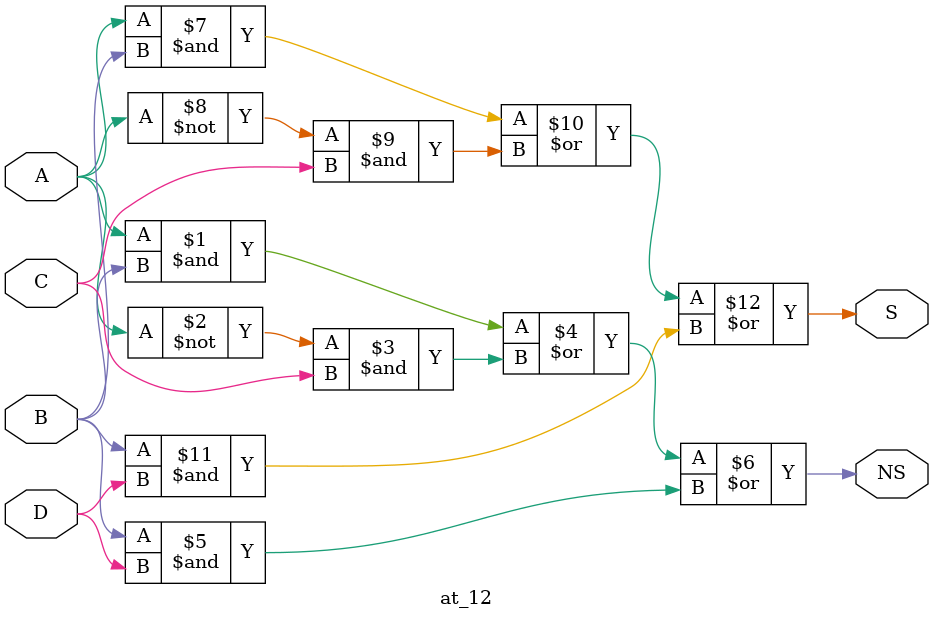
<source format=v>
module at_12(
    input A, B, C, D,
    output NS, S
);

assign NS = A & B | ~A & C | B & D;
assign S = (A&B)|(~A&C)|(B&D);
    
endmodule
</source>
